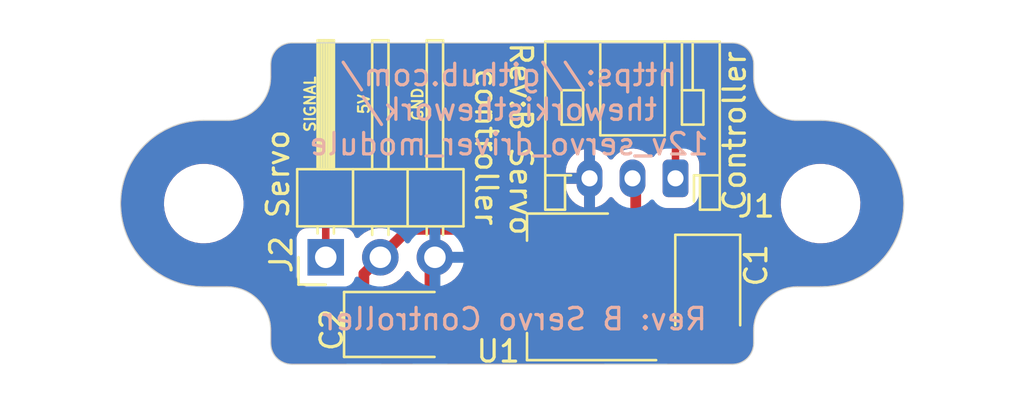
<source format=kicad_pcb>
(kicad_pcb (version 20221018) (generator pcbnew)
  (title_block (title "12v Servo driver module") (date "2022-09-19") (rev "A") (company "theworkisthework"))
  (layers (0 "F.Cu" signal) (31 "B.Cu" signal) (34 "B.Paste" user) (35 "F.Paste" user) (36 "B.SilkS" user "B.Silkscreen") (37 "F.SilkS" user "F.Silkscreen") (38 "B.Mask" user) (39 "F.Mask" user) (44 "Edge.Cuts" user))
  (net 0 "")
  (net 1 "Net-(J1-Pin_2)")
  (net 2 "GND")
  (net 3 "Net-(J2-Pin_2)")
  (net 4 "/PWM")
  (footprint "Capacitor_Tantalum_SMD:CP_EIA-3528-21_Kemet-B" (layer "F.Cu") (at 161.5 115.0375 -90)
    (fp_text reference "C1" (at -1.0375 -2.25 90) (layer "F.SilkS"))
    (fp_text value "10u 12v")
    (fp_line (start -2.46 -1.51) (end -2.46 1.51) (stroke (width 0.12)) (layer "F.SilkS"))
    (fp_line (start -2.46 1.51) (end 1.75 1.51) (stroke (width 0.12)) (layer "F.SilkS"))
    (fp_line (start 1.75 -1.51) (end -2.46 -1.51) (stroke (width 0.12)) (layer "F.SilkS"))
    (pad "1" smd roundrect (at -1.5375 0 270) (size 1.325 2.35) (layers "F.Cu" "F.Paste" "F.Mask") (roundrect_rratio 0.1886784906) (net 1 "Net-(J1-Pin_2)"))
    (pad "2" smd roundrect (at 1.5375 0 270) (size 1.325 2.35) (layers "F.Cu" "F.Paste" "F.Mask") (roundrect_rratio 0.1886784906) (net 2 "GND"))
  )
  (footprint "Capacitor_Tantalum_SMD:CP_EIA-3528-21_Kemet-B" (layer "F.Cu") (at 147.0375 116.75)
    (fp_text reference "C2" (at -3.0375 0.25 90) (layer "F.SilkS"))
    (fp_text value "22u 5v")
    (fp_line (start -2.46 -1.51) (end -2.46 1.51) (stroke (width 0.12)) (layer "F.SilkS"))
    (fp_line (start -2.46 1.51) (end 1.75 1.51) (stroke (width 0.12)) (layer "F.SilkS"))
    (fp_line (start 1.75 -1.51) (end -2.46 -1.51) (stroke (width 0.12)) (layer "F.SilkS"))
    (pad "1" smd roundrect (at -1.5375 0) (size 1.325 2.35) (layers "F.Cu" "F.Paste" "F.Mask") (roundrect_rratio 0.1886784906) (net 3 "Net-(J2-Pin_2)"))
    (pad "2" smd roundrect (at 1.5375 0) (size 1.325 2.35) (layers "F.Cu" "F.Paste" "F.Mask") (roundrect_rratio 0.1886784906) (net 2 "GND"))
  )
  (footprint "Connector_PinHeader_2.54mm:PinHeader_1x03_P2.54mm_Horizontal" (layer "F.Cu") (at 143.725 113.625 90)
    (fp_text reference "J2" (at 0.127 -2.0701 270) (layer "F.SilkS"))
    (fp_text value "Servo")
    (fp_line (start -1.27 -1.27) (end 0 -1.27) (stroke (width 0.12)) (layer "F.SilkS"))
    (fp_line (start -1.27 0) (end -1.27 -1.27) (stroke (width 0.12)) (layer "F.SilkS"))
    (fp_line (start 1.042929 2.16) (end 1.44 2.16) (stroke (width 0.12)) (layer "F.SilkS"))
    (fp_line (start 1.042929 2.92) (end 1.44 2.92) (stroke (width 0.12)) (layer "F.SilkS"))
    (fp_line (start 1.042929 4.7) (end 1.44 4.7) (stroke (width 0.12)) (layer "F.SilkS"))
    (fp_line (start 1.042929 5.46) (end 1.44 5.46) (stroke (width 0.12)) (layer "F.SilkS"))
    (fp_line (start 1.11 -0.38) (end 1.44 -0.38) (stroke (width 0.12)) (layer "F.SilkS"))
    (fp_line (start 1.11 0.38) (end 1.44 0.38) (stroke (width 0.12)) (layer "F.SilkS"))
    (fp_line (start 1.44 -1.33) (end 1.44 6.41) (stroke (width 0.12)) (layer "F.SilkS"))
    (fp_line (start 1.44 1.27) (end 4.1 1.27) (stroke (width 0.12)) (layer "F.SilkS"))
    (fp_line (start 1.44 3.81) (end 4.1 3.81) (stroke (width 0.12)) (layer "F.SilkS"))
    (fp_line (start 1.44 6.41) (end 4.1 6.41) (stroke (width 0.12)) (layer "F.SilkS"))
    (fp_line (start 4.1 -1.33) (end 1.44 -1.33) (stroke (width 0.12)) (layer "F.SilkS"))
    (fp_line (start 4.1 -0.38) (end 10.1 -0.38) (stroke (width 0.12)) (layer "F.SilkS"))
    (fp_line (start 4.1 -0.32) (end 10.1 -0.32) (stroke (width 0.12)) (layer "F.SilkS"))
    (fp_line (start 4.1 -0.2) (end 10.1 -0.2) (stroke (width 0.12)) (layer "F.SilkS"))
    (fp_line (start 4.1 -0.08) (end 10.1 -0.08) (stroke (width 0.12)) (layer "F.SilkS"))
    (fp_line (start 4.1 0.04) (end 10.1 0.04) (stroke (width 0.12)) (layer "F.SilkS"))
    (fp_line (start 4.1 0.16) (end 10.1 0.16) (stroke (width 0.12)) (layer "F.SilkS"))
    (fp_line (start 4.1 0.28) (end 10.1 0.28) (stroke (width 0.12)) (layer "F.SilkS"))
    (fp_line (start 4.1 2.16) (end 10.1 2.16) (stroke (width 0.12)) (layer "F.SilkS"))
    (fp_line (start 4.1 4.7) (end 10.1 4.7) (stroke (width 0.12)) (layer "F.SilkS"))
    (fp_line (start 4.1 6.41) (end 4.1 -1.33) (stroke (width 0.12)) (layer "F.SilkS"))
    (fp_line (start 10.1 -0.38) (end 10.1 0.38) (stroke (width 0.12)) (layer "F.SilkS"))
    (fp_line (start 10.1 0.38) (end 4.1 0.38) (stroke (width 0.12)) (layer "F.SilkS"))
    (fp_line (start 10.1 2.16) (end 10.1 2.92) (stroke (width 0.12)) (layer "F.SilkS"))
    (fp_line (start 10.1 2.92) (end 4.1 2.92) (stroke (width 0.12)) (layer "F.SilkS"))
    (fp_line (start 10.1 4.7) (end 10.1 5.46) (stroke (width 0.12)) (layer "F.SilkS"))
    (fp_line (start 10.1 5.46) (end 4.1 5.46) (stroke (width 0.12)) (layer "F.SilkS"))
    (pad "1" thru_hole rect (at 0 0 90) (size 1.7 1.7) (drill 1) (layers "*.Cu" "*.Mask") (net 4 "/PWM"))
    (pad "2" thru_hole oval (at 0 2.54 90) (size 1.7 1.7) (drill 1) (layers "*.Cu" "*.Mask") (net 3 "Net-(J2-Pin_2)"))
    (pad "3" thru_hole oval (at 0 5.08 90) (size 1.7 1.7) (drill 1) (layers "*.Cu" "*.Mask") (net 2 "GND"))
  )
  (footprint "Package_TO_SOT_SMD:SOT-223" (layer "F.Cu") (at 155 115 180)
    (fp_text reference "U1" (at 3.25 -3) (layer "F.SilkS"))
    (fp_text value "AMS1117-5.0")
    (fp_line (start -4.1 -3.41) (end 1.91 -3.41) (stroke (width 0.12)) (layer "F.SilkS"))
    (fp_line (start -1.85 3.41) (end 1.91 3.41) (stroke (width 0.12)) (layer "F.SilkS"))
    (fp_line (start 1.91 -3.41) (end 1.91 -2.15) (stroke (width 0.12)) (layer "F.SilkS"))
    (fp_line (start 1.91 3.41) (end 1.91 2.15) (stroke (width 0.12)) (layer "F.SilkS"))
    (pad "1" smd rect (at -3.15 -2.3 180) (size 2 1.5) (layers "F.Cu" "F.Paste" "F.Mask") (net 2 "GND"))
    (pad "2" smd rect (at -3.15 0 180) (size 2 1.5) (layers "F.Cu" "F.Paste" "F.Mask") (net 3 "Net-(J2-Pin_2)"))
    (pad "3" smd rect (at -3.15 2.3 180) (size 2 1.5) (layers "F.Cu" "F.Paste" "F.Mask") (net 1 "Net-(J1-Pin_2)"))
    (pad "4" smd rect (at 3.15 0 180) (size 2 3.8) (layers "F.Cu" "F.Paste" "F.Mask"))
  )
  (footprint "Connector_JST:JST_PH_S3B-PH-K_1x03_P2.00mm_Horizontal" (layer "F.Cu") (at 160 109.95 180)
    (fp_text reference "J1" (at -3.75 -1.3) (layer "F.SilkS"))
    (fp_text value "PWR/Signal")
    (fp_line (start -2.06 -1.46) (end -2.06 6.36) (stroke (width 0.12)) (layer "F.SilkS"))
    (fp_line (start -2.06 0.14) (end -1.14 0.14) (stroke (width 0.12)) (layer "F.SilkS"))
    (fp_line (start -2.06 6.36) (end 6.06 6.36) (stroke (width 0.12)) (layer "F.SilkS"))
    (fp_line (start -1.3 2.5) (end -1.3 4.1) (stroke (width 0.12)) (layer "F.SilkS"))
    (fp_line (start -1.3 4.1) (end -0.3 4.1) (stroke (width 0.12)) (layer "F.SilkS"))
    (fp_line (start -1.14 -1.46) (end -2.06 -1.46) (stroke (width 0.12)) (layer "F.SilkS"))
    (fp_line (start -1.14 0.14) (end -1.14 -1.46) (stroke (width 0.12)) (layer "F.SilkS"))
    (fp_line (start -0.86 0.14) (end -1.14 0.14) (stroke (width 0.12)) (layer "F.SilkS"))
    (fp_line (start -0.86 0.14) (end -0.86 -1.075) (stroke (width 0.12)) (layer "F.SilkS"))
    (fp_line (start -0.8 4.1) (end -0.8 6.36) (stroke (width 0.12)) (layer "F.SilkS"))
    (fp_line (start -0.3 2.5) (end -1.3 2.5) (stroke (width 0.12)) (layer "F.SilkS"))
    (fp_line (start -0.3 4.1) (end -0.3 2.5) (stroke (width 0.12)) (layer "F.SilkS"))
    (fp_line (start -0.3 4.1) (end -0.3 6.36) (stroke (width 0.12)) (layer "F.SilkS"))
    (fp_line (start 0.5 2) (end 3.5 2) (stroke (width 0.12)) (layer "F.SilkS"))
    (fp_line (start 0.5 6.36) (end 0.5 2) (stroke (width 0.12)) (layer "F.SilkS"))
    (fp_line (start 3.5 2) (end 3.5 6.36) (stroke (width 0.12)) (layer "F.SilkS"))
    (fp_line (start 4.3 2.5) (end 5.3 2.5) (stroke (width 0.12)) (layer "F.SilkS"))
    (fp_line (start 4.3 4.1) (end 4.3 2.5) (stroke (width 0.12)) (layer "F.SilkS"))
    (fp_line (start 5.14 -1.46) (end 5.14 0.14) (stroke (width 0.12)) (layer "F.SilkS"))
    (fp_line (start 5.14 0.14) (end 4.86 0.14) (stroke (width 0.12)) (layer "F.SilkS"))
    (fp_line (start 5.3 2.5) (end 5.3 4.1) (stroke (width 0.12)) (layer "F.SilkS"))
    (fp_line (start 5.3 4.1) (end 4.3 4.1) (stroke (width 0.12)) (layer "F.SilkS"))
    (fp_line (start 6.06 -1.46) (end 5.14 -1.46) (stroke (width 0.12)) (layer "F.SilkS"))
    (fp_line (start 6.06 0.14) (end 5.14 0.14) (stroke (width 0.12)) (layer "F.SilkS"))
    (fp_line (start 6.06 6.36) (end 6.06 -1.46) (stroke (width 0.12)) (layer "F.SilkS"))
    (pad "1" thru_hole roundrect (at 0 0 180) (size 1.2 1.75) (drill 0.75) (layers "*.Cu" "*.Mask") (roundrect_rratio 0.2083333333) (net 4 "/PWM"))
    (pad "2" thru_hole oval (at 2 0 180) (size 1.2 1.75) (drill 0.75) (layers "*.Cu" "*.Mask") (net 1 "Net-(J1-Pin_2)"))
    (pad "3" thru_hole oval (at 4 0 180) (size 1.2 1.75) (drill 0.75) (layers "*.Cu" "*.Mask") (net 2 "GND"))
  )
  (footprint "MountingHole:MountingHole_3.2mm_M3" (layer "B.Cu") (at 166.751 111.125)
    (fp_text reference "REF**" hide)
    (fp_text value "MountingHole_3.2mm_M3")
    (pad "" np_thru_hole circle (at 0 0) (size 3.2 3.2) (drill 3.2) (layers "*.Cu" "*.Mask"))
  )
  (footprint "MountingHole:MountingHole_3.2mm_M3" (layer "B.Cu") (at 138.049 111.125)
    (fp_text reference "REF**" hide)
    (fp_text value "MountingHole_3.2mm_M3")
    (pad "" np_thru_hole circle (at 0 0) (size 3.2 3.2) (drill 3.2) (layers "*.Cu" "*.Mask"))
  )
  (gr_arc (start 141.1605 104.6353) (mid 141.45064 103.93484) (end 142.1511 103.6447) (stroke (width 0.05)) (layer "Edge.Cuts"))
  (gr_line (start 142.6083 103.6447) (end 142.1511 103.6447) (stroke (width 0.05)) (layer "Edge.Cuts"))
  (gr_arc (start 162.6489 103.6447) (mid 163.34936 103.93484) (end 163.6395 104.6353) (stroke (width 0.05)) (layer "Edge.Cuts"))
  (gr_line (start 162.1917 118.6053) (end 162.6489 118.6053) (stroke (width 0.05)) (layer "Edge.Cuts"))
  (gr_arc (start 163.6395 117.6147) (mid 163.34936 118.31516) (end 162.6489 118.6053) (stroke (width 0.05)) (layer "Edge.Cuts"))
  (gr_arc (start 142.1511 118.6053) (mid 141.45064 118.31516) (end 141.1605 117.6147) (stroke (width 0.05)) (layer "Edge.Cuts"))
  (gr_line (start 142.1511 118.6053) (end 162.1917 118.6053) (stroke (width 0.05)) (layer "Edge.Cuts"))
  (gr_arc (start 166.751 107.2515) (mid 170.6245 111.125) (end 166.751 114.9985) (stroke (width 0.05)) (layer "Edge.Cuts"))
  (gr_arc (start 165.6715 107.2515) (mid 164.234659 106.656341) (end 163.6395 105.2195) (stroke (width 0.05)) (layer "Edge.Cuts"))
  (gr_arc (start 141.1605 105.2195) (mid 140.565341 106.656341) (end 139.1285 107.2515) (stroke (width 0.05)) (layer "Edge.Cuts"))
  (gr_arc (start 139.1285 114.9985) (mid 140.565341 115.593659) (end 141.1605 117.0305) (stroke (width 0.05)) (layer "Edge.Cuts"))
  (gr_line (start 139.1285 114.9985) (end 138.049 114.9985) (stroke (width 0.05)) (layer "Edge.Cuts"))
  (gr_line (start 139.1285 107.2515) (end 138.049 107.2515) (stroke (width 0.05)) (layer "Edge.Cuts"))
  (gr_line (start 166.751 107.2515) (end 165.6715 107.2515) (stroke (width 0.05)) (layer "Edge.Cuts"))
  (gr_line (start 165.6715 114.9985) (end 166.751 114.9985) (stroke (width 0.05)) (layer "Edge.Cuts"))
  (gr_line (start 163.6395 117.6147) (end 163.6395 117.0305) (stroke (width 0.05)) (layer "Edge.Cuts"))
  (gr_line (start 141.1605 117.6147) (end 141.1605 117.0305) (stroke (width 0.05)) (layer "Edge.Cuts"))
  (gr_line (start 141.1605 105.2195) (end 141.1605 104.6353) (stroke (width 0.05)) (layer "Edge.Cuts"))
  (gr_line (start 162.6489 103.6447) (end 142.6083 103.6447) (stroke (width 0.05)) (layer "Edge.Cuts"))
  (gr_line (start 163.6395 104.6353) (end 163.6395 105.2195) (stroke (width 0.05)) (layer "Edge.Cuts"))
  (gr_arc (start 163.6395 117.0305) (mid 164.234659 115.593659) (end 165.6715 114.9985) (stroke (width 0.05)) (layer "Edge.Cuts"))
  (gr_arc (start 138.049 114.9985) (mid 134.1755 111.125) (end 138.049 107.2515) (stroke (width 0.05)) (layer "Edge.Cuts"))
  (gr_text "Rev: B Servo Controller" (at 152.5 116.5) (layer "B.SilkS") (effects (font (size 1 1)) (justify mirror)))
  (gr_text "https://github.com/\ntheworkisthework/\n12v_servo_driver_module" (at 152.25 106.75) (layer "B.SilkS") (effects (font (size 1 1)) (justify mirror)))
  (gr_text "Rev:B Servo \ncontroller" (at 152 108.5 270) (layer "F.SilkS") (effects (font (size 1 1))))
  (gr_text "GND" (at 148 106.5 90) (layer "F.SilkS") (effects (font (size 0.5 0.5) (thickness 0.1))))
  (gr_text "5V" (at 145.5 106.5 90) (layer "F.SilkS") (effects (font (size 0.5 0.5) (thickness 0.1))))
  (gr_text "SIGNAL" (at 143 106.5 90) (layer "F.SilkS") (effects (font (size 0.5 0.5) (thickness 0.1))))
  (gr_text "Controller" (at 162.75 107.75 90) (layer "F.SilkS") (effects (font (size 1 1))))
  (gr_text "Servo" (at 141.5 109.75 90) (layer "F.SilkS") (effects (font (size 1 1))))
  (segment (start 158.15 110.1) (end 158 109.95) (width 0.5) (layer "F.Cu") (net 1))
  (segment (start 158.95 113.5) (end 158.15 112.7) (width 0.5) (layer "F.Cu") (net 1))
  (segment (start 161.5 113.5) (end 158.95 113.5) (width 0.5) (layer "F.Cu") (net 1))
  (segment (start 158.15 112.7) (end 158.15 110.1) (width 0.5) (layer "F.Cu") (net 1))
  (segment (start 148.575 113.855) (end 148.805 113.625) (width 0.5) (layer "F.Cu") (net 2))
  (segment (start 148.575 116.75) (end 148.575 113.855) (width 0.5) (layer "F.Cu") (net 2))
  (segment (start 158.15 117.3) (end 157.975 117.475) (width 0.75) (layer "F.Cu") (net 2))
  (segment (start 155.125 112.325) (end 157.8 115) (width 0.5) (layer "F.Cu") (net 3))
  (segment (start 145.5 116.75) (end 145.5 114.39) (width 0.5) (layer "F.Cu") (net 3))
  (segment (start 145.5 114.39) (end 146.265 113.625) (width 0.5) (layer "F.Cu") (net 3))
  (segment (start 147.565 112.325) (end 155.125 112.325) (width 0.5) (layer "F.Cu") (net 3))
  (segment (start 157.8 115) (end 158.15 115) (width 0.5) (layer "F.Cu") (net 3))
  (segment (start 146.265 113.625) (end 147.565 112.325) (width 0.5) (layer "F.Cu") (net 3))
  (segment (start 147 107.25) (end 143.725 110.525) (width 0.35) (layer "F.Cu") (net 4))
  (segment (start 143.725 110.525) (end 143.725 113.625) (width 0.35) (layer "F.Cu") (net 4))
  (segment (start 160 109.95) (end 160 108) (width 0.35) (layer "F.Cu") (net 4))
  (segment (start 160 108) (end 159.25 107.25) (width 0.35) (layer "F.Cu") (net 4))
  (segment (start 159.25 107.25) (end 147 107.25) (width 0.35) (layer "F.Cu") (net 4))
  (zone (net 2) (net_name "GND") (layer "F.Cu") (connect_pads (clearance 0.508)) (min_thickness 0.254) (fill yes (thermal_gap 0.508) (thermal_bridge_width 0.508))
    (polygon (pts (xy 170.8785 118.745) (xy 133.858 118.745) (xy 133.858 103.505) (xy 170.8785 103.505)))
  )
  (zone (net 2) (net_name "GND") (layer "B.Cu") (connect_pads (clearance 0.508)) (min_thickness 0.254) (fill yes (thermal_gap 0.508) (thermal_bridge_width 0.508))
    (polygon (pts (xy 170.815 118.8085) (xy 133.858 118.8085) (xy 133.858 103.5685) (xy 170.815 103.5685)))
  )
)
</source>
